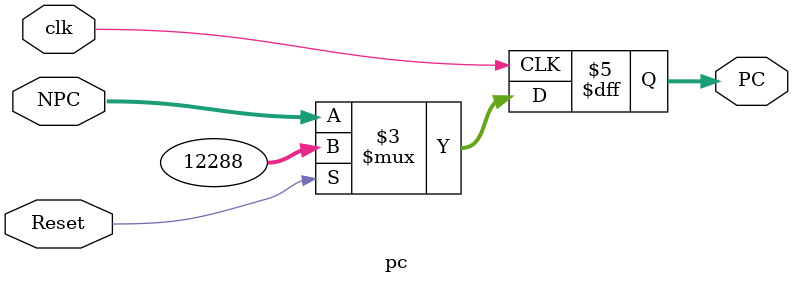
<source format=v>
`timescale 1ns / 1ps
module pc(
    input clk,                       //Ê±ÖÓÐÅºÅ
    input Reset,                     //ÇåÁã
    input [31:0]  NPC,               //ÏÂÒ»¸öPCµÄÖµ
    output reg [31:0] PC            //µ±Ç°PCµÄÖµ
    );

    always@(posedge clk)
    begin
        if (Reset)                     //Reset = 1 ÇåÁã
            begin
                PC <= 32'h0000_3000; 
            end
        else
            begin
                PC <= NPC;
            end
    end
endmodule

</source>
